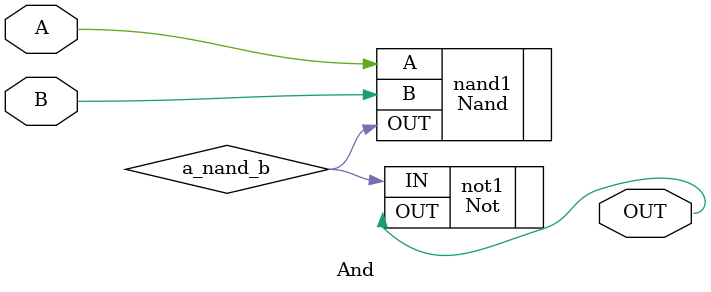
<source format=v>
/**
 * The module And is a 1-bit AND gate
 * Implements: OUT = A AND B
 */
`default_nettype none
module And(
    // Data Interface
    input A,
    input B,
    output OUT
);

    // --------------------------
    // Internal signals
    // --------------------------
    wire a_nand_b;

    // --------------------------
    // Module instantiations
    // --------------------------
    
    Nand nand1(.A(A), .B(B), .OUT(a_nand_b));
    Not not1(.IN(a_nand_b), .OUT(OUT));

endmodule

</source>
